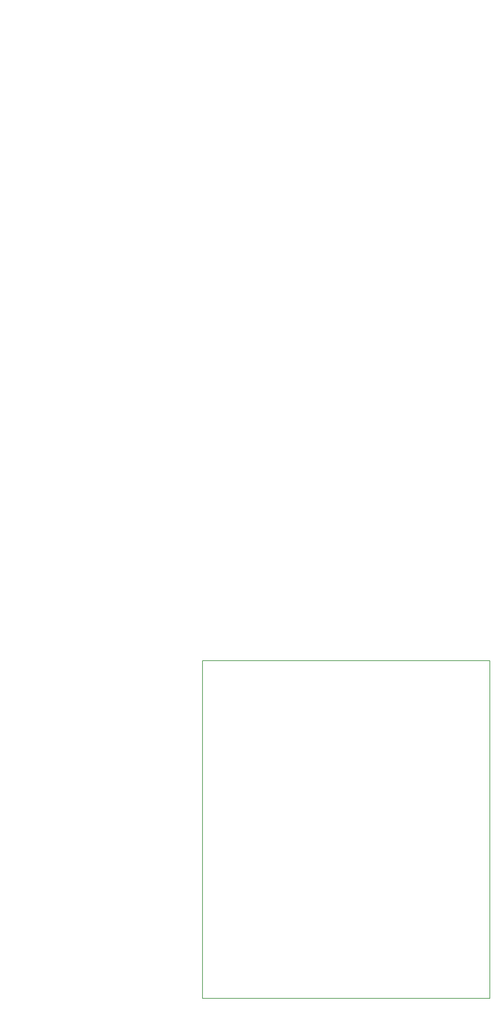
<source format=gm1>
%TF.GenerationSoftware,KiCad,Pcbnew,(6.0.1)*%
%TF.CreationDate,2022-02-13T15:50:39-08:00*%
%TF.ProjectId,keymani,6b65796d-616e-4692-9e6b-696361645f70,-*%
%TF.SameCoordinates,Original*%
%TF.FileFunction,Profile,NP*%
%FSLAX46Y46*%
G04 Gerber Fmt 4.6, Leading zero omitted, Abs format (unit mm)*
G04 Created by KiCad (PCBNEW (6.0.1)) date 2022-02-13 15:50:39*
%MOMM*%
%LPD*%
G01*
G04 APERTURE LIST*
%TA.AperFunction,Profile*%
%ADD10C,0.100000*%
%TD*%
%TA.AperFunction,Profile*%
%ADD11C,0.200000*%
%TD*%
G04 APERTURE END LIST*
D10*
X67000001Y94000000D02*
G75*
G03*
X67000001Y94000000I-1J0D01*
G01*
D11*
X190000000Y-70000000D02*
X116000000Y-70000000D01*
X116000000Y-70000000D02*
X116000000Y-157000000D01*
X116000000Y-157000000D02*
X190000000Y-157000000D01*
X190000000Y-157000000D02*
X190000000Y-70000000D01*
M02*

</source>
